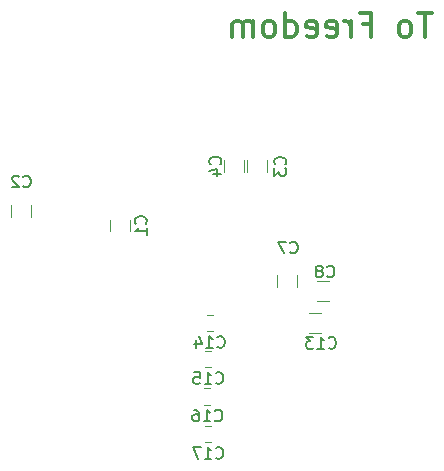
<source format=gbr>
G04 #@! TF.GenerationSoftware,KiCad,Pcbnew,(5.1.2)-1*
G04 #@! TF.CreationDate,2019-08-24T01:42:28-04:00*
G04 #@! TF.ProjectId,AAquad_PCB,41417175-6164-45f5-9043-422e6b696361,rev?*
G04 #@! TF.SameCoordinates,Original*
G04 #@! TF.FileFunction,Legend,Bot*
G04 #@! TF.FilePolarity,Positive*
%FSLAX46Y46*%
G04 Gerber Fmt 4.6, Leading zero omitted, Abs format (unit mm)*
G04 Created by KiCad (PCBNEW (5.1.2)-1) date 2019-08-24 01:42:28*
%MOMM*%
%LPD*%
G04 APERTURE LIST*
%ADD10C,0.300000*%
%ADD11C,0.120000*%
%ADD12C,0.150000*%
G04 APERTURE END LIST*
D10*
X255713428Y-52498761D02*
X254570571Y-52498761D01*
X255142000Y-54498761D02*
X255142000Y-52498761D01*
X253618190Y-54498761D02*
X253808666Y-54403523D01*
X253903904Y-54308285D01*
X253999142Y-54117809D01*
X253999142Y-53546380D01*
X253903904Y-53355904D01*
X253808666Y-53260666D01*
X253618190Y-53165428D01*
X253332476Y-53165428D01*
X253142000Y-53260666D01*
X253046761Y-53355904D01*
X252951523Y-53546380D01*
X252951523Y-54117809D01*
X253046761Y-54308285D01*
X253142000Y-54403523D01*
X253332476Y-54498761D01*
X253618190Y-54498761D01*
X249903904Y-53451142D02*
X250570571Y-53451142D01*
X250570571Y-54498761D02*
X250570571Y-52498761D01*
X249618190Y-52498761D01*
X248856285Y-54498761D02*
X248856285Y-53165428D01*
X248856285Y-53546380D02*
X248761047Y-53355904D01*
X248665809Y-53260666D01*
X248475333Y-53165428D01*
X248284857Y-53165428D01*
X246856285Y-54403523D02*
X247046761Y-54498761D01*
X247427714Y-54498761D01*
X247618190Y-54403523D01*
X247713428Y-54213047D01*
X247713428Y-53451142D01*
X247618190Y-53260666D01*
X247427714Y-53165428D01*
X247046761Y-53165428D01*
X246856285Y-53260666D01*
X246761047Y-53451142D01*
X246761047Y-53641619D01*
X247713428Y-53832095D01*
X245142000Y-54403523D02*
X245332476Y-54498761D01*
X245713428Y-54498761D01*
X245903904Y-54403523D01*
X245999142Y-54213047D01*
X245999142Y-53451142D01*
X245903904Y-53260666D01*
X245713428Y-53165428D01*
X245332476Y-53165428D01*
X245142000Y-53260666D01*
X245046761Y-53451142D01*
X245046761Y-53641619D01*
X245999142Y-53832095D01*
X243332476Y-54498761D02*
X243332476Y-52498761D01*
X243332476Y-54403523D02*
X243522952Y-54498761D01*
X243903904Y-54498761D01*
X244094380Y-54403523D01*
X244189619Y-54308285D01*
X244284857Y-54117809D01*
X244284857Y-53546380D01*
X244189619Y-53355904D01*
X244094380Y-53260666D01*
X243903904Y-53165428D01*
X243522952Y-53165428D01*
X243332476Y-53260666D01*
X242094380Y-54498761D02*
X242284857Y-54403523D01*
X242380095Y-54308285D01*
X242475333Y-54117809D01*
X242475333Y-53546380D01*
X242380095Y-53355904D01*
X242284857Y-53260666D01*
X242094380Y-53165428D01*
X241808666Y-53165428D01*
X241618190Y-53260666D01*
X241522952Y-53355904D01*
X241427714Y-53546380D01*
X241427714Y-54117809D01*
X241522952Y-54308285D01*
X241618190Y-54403523D01*
X241808666Y-54498761D01*
X242094380Y-54498761D01*
X240570571Y-54498761D02*
X240570571Y-53165428D01*
X240570571Y-53355904D02*
X240475333Y-53260666D01*
X240284857Y-53165428D01*
X239999142Y-53165428D01*
X239808666Y-53260666D01*
X239713428Y-53451142D01*
X239713428Y-54498761D01*
X239713428Y-53451142D02*
X239618190Y-53260666D01*
X239427714Y-53165428D01*
X239142000Y-53165428D01*
X238951523Y-53260666D01*
X238856285Y-53451142D01*
X238856285Y-54498761D01*
D11*
X245324500Y-77890000D02*
X246324500Y-77890000D01*
X246324500Y-79590000D02*
X245324500Y-79590000D01*
X228512000Y-70985000D02*
X228512000Y-69985000D01*
X230212000Y-69985000D02*
X230212000Y-70985000D01*
X221830000Y-68762500D02*
X221830000Y-69762500D01*
X220130000Y-69762500D02*
X220130000Y-68762500D01*
X241769000Y-64968500D02*
X241769000Y-65968500D01*
X240069000Y-65968500D02*
X240069000Y-64968500D01*
X239800500Y-64952500D02*
X239800500Y-65952500D01*
X238100500Y-65952500D02*
X238100500Y-64952500D01*
X246991000Y-76859500D02*
X245991000Y-76859500D01*
X245991000Y-75159500D02*
X246991000Y-75159500D01*
X242609000Y-75684000D02*
X242609000Y-74684000D01*
X244309000Y-74684000D02*
X244309000Y-75684000D01*
X236674922Y-78030000D02*
X237192078Y-78030000D01*
X236674922Y-79450000D02*
X237192078Y-79450000D01*
X236547922Y-81078000D02*
X237065078Y-81078000D01*
X236547922Y-82498000D02*
X237065078Y-82498000D01*
X236469422Y-84253000D02*
X236986578Y-84253000D01*
X236469422Y-85673000D02*
X236986578Y-85673000D01*
X236547922Y-87428000D02*
X237065078Y-87428000D01*
X236547922Y-88848000D02*
X237065078Y-88848000D01*
D12*
X246991357Y-80811642D02*
X247038976Y-80859261D01*
X247181833Y-80906880D01*
X247277071Y-80906880D01*
X247419928Y-80859261D01*
X247515166Y-80764023D01*
X247562785Y-80668785D01*
X247610404Y-80478309D01*
X247610404Y-80335452D01*
X247562785Y-80144976D01*
X247515166Y-80049738D01*
X247419928Y-79954500D01*
X247277071Y-79906880D01*
X247181833Y-79906880D01*
X247038976Y-79954500D01*
X246991357Y-80002119D01*
X246038976Y-80906880D02*
X246610404Y-80906880D01*
X246324690Y-80906880D02*
X246324690Y-79906880D01*
X246419928Y-80049738D01*
X246515166Y-80144976D01*
X246610404Y-80192595D01*
X245705642Y-79906880D02*
X245086595Y-79906880D01*
X245419928Y-80287833D01*
X245277071Y-80287833D01*
X245181833Y-80335452D01*
X245134214Y-80383071D01*
X245086595Y-80478309D01*
X245086595Y-80716404D01*
X245134214Y-80811642D01*
X245181833Y-80859261D01*
X245277071Y-80906880D01*
X245562785Y-80906880D01*
X245658023Y-80859261D01*
X245705642Y-80811642D01*
X231497142Y-70318333D02*
X231544761Y-70270714D01*
X231592380Y-70127857D01*
X231592380Y-70032619D01*
X231544761Y-69889761D01*
X231449523Y-69794523D01*
X231354285Y-69746904D01*
X231163809Y-69699285D01*
X231020952Y-69699285D01*
X230830476Y-69746904D01*
X230735238Y-69794523D01*
X230640000Y-69889761D01*
X230592380Y-70032619D01*
X230592380Y-70127857D01*
X230640000Y-70270714D01*
X230687619Y-70318333D01*
X231592380Y-71270714D02*
X231592380Y-70699285D01*
X231592380Y-70985000D02*
X230592380Y-70985000D01*
X230735238Y-70889761D01*
X230830476Y-70794523D01*
X230878095Y-70699285D01*
X221146666Y-67159142D02*
X221194285Y-67206761D01*
X221337142Y-67254380D01*
X221432380Y-67254380D01*
X221575238Y-67206761D01*
X221670476Y-67111523D01*
X221718095Y-67016285D01*
X221765714Y-66825809D01*
X221765714Y-66682952D01*
X221718095Y-66492476D01*
X221670476Y-66397238D01*
X221575238Y-66302000D01*
X221432380Y-66254380D01*
X221337142Y-66254380D01*
X221194285Y-66302000D01*
X221146666Y-66349619D01*
X220765714Y-66349619D02*
X220718095Y-66302000D01*
X220622857Y-66254380D01*
X220384761Y-66254380D01*
X220289523Y-66302000D01*
X220241904Y-66349619D01*
X220194285Y-66444857D01*
X220194285Y-66540095D01*
X220241904Y-66682952D01*
X220813333Y-67254380D01*
X220194285Y-67254380D01*
X243308142Y-65301833D02*
X243355761Y-65254214D01*
X243403380Y-65111357D01*
X243403380Y-65016119D01*
X243355761Y-64873261D01*
X243260523Y-64778023D01*
X243165285Y-64730404D01*
X242974809Y-64682785D01*
X242831952Y-64682785D01*
X242641476Y-64730404D01*
X242546238Y-64778023D01*
X242451000Y-64873261D01*
X242403380Y-65016119D01*
X242403380Y-65111357D01*
X242451000Y-65254214D01*
X242498619Y-65301833D01*
X242403380Y-65635166D02*
X242403380Y-66254214D01*
X242784333Y-65920880D01*
X242784333Y-66063738D01*
X242831952Y-66158976D01*
X242879571Y-66206595D01*
X242974809Y-66254214D01*
X243212904Y-66254214D01*
X243308142Y-66206595D01*
X243355761Y-66158976D01*
X243403380Y-66063738D01*
X243403380Y-65778023D01*
X243355761Y-65682785D01*
X243308142Y-65635166D01*
X237807642Y-65285833D02*
X237855261Y-65238214D01*
X237902880Y-65095357D01*
X237902880Y-65000119D01*
X237855261Y-64857261D01*
X237760023Y-64762023D01*
X237664785Y-64714404D01*
X237474309Y-64666785D01*
X237331452Y-64666785D01*
X237140976Y-64714404D01*
X237045738Y-64762023D01*
X236950500Y-64857261D01*
X236902880Y-65000119D01*
X236902880Y-65095357D01*
X236950500Y-65238214D01*
X236998119Y-65285833D01*
X237236214Y-66142976D02*
X237902880Y-66142976D01*
X236855261Y-65904880D02*
X237569547Y-65666785D01*
X237569547Y-66285833D01*
X243752666Y-72747142D02*
X243800285Y-72794761D01*
X243943142Y-72842380D01*
X244038380Y-72842380D01*
X244181238Y-72794761D01*
X244276476Y-72699523D01*
X244324095Y-72604285D01*
X244371714Y-72413809D01*
X244371714Y-72270952D01*
X244324095Y-72080476D01*
X244276476Y-71985238D01*
X244181238Y-71890000D01*
X244038380Y-71842380D01*
X243943142Y-71842380D01*
X243800285Y-71890000D01*
X243752666Y-71937619D01*
X243419333Y-71842380D02*
X242752666Y-71842380D01*
X243181238Y-72842380D01*
X246864166Y-74779142D02*
X246911785Y-74826761D01*
X247054642Y-74874380D01*
X247149880Y-74874380D01*
X247292738Y-74826761D01*
X247387976Y-74731523D01*
X247435595Y-74636285D01*
X247483214Y-74445809D01*
X247483214Y-74302952D01*
X247435595Y-74112476D01*
X247387976Y-74017238D01*
X247292738Y-73922000D01*
X247149880Y-73874380D01*
X247054642Y-73874380D01*
X246911785Y-73922000D01*
X246864166Y-73969619D01*
X246292738Y-74302952D02*
X246387976Y-74255333D01*
X246435595Y-74207714D01*
X246483214Y-74112476D01*
X246483214Y-74064857D01*
X246435595Y-73969619D01*
X246387976Y-73922000D01*
X246292738Y-73874380D01*
X246102261Y-73874380D01*
X246007023Y-73922000D01*
X245959404Y-73969619D01*
X245911785Y-74064857D01*
X245911785Y-74112476D01*
X245959404Y-74207714D01*
X246007023Y-74255333D01*
X246102261Y-74302952D01*
X246292738Y-74302952D01*
X246387976Y-74350571D01*
X246435595Y-74398190D01*
X246483214Y-74493428D01*
X246483214Y-74683904D01*
X246435595Y-74779142D01*
X246387976Y-74826761D01*
X246292738Y-74874380D01*
X246102261Y-74874380D01*
X246007023Y-74826761D01*
X245959404Y-74779142D01*
X245911785Y-74683904D01*
X245911785Y-74493428D01*
X245959404Y-74398190D01*
X246007023Y-74350571D01*
X246102261Y-74302952D01*
X237576357Y-80747142D02*
X237623976Y-80794761D01*
X237766833Y-80842380D01*
X237862071Y-80842380D01*
X238004928Y-80794761D01*
X238100166Y-80699523D01*
X238147785Y-80604285D01*
X238195404Y-80413809D01*
X238195404Y-80270952D01*
X238147785Y-80080476D01*
X238100166Y-79985238D01*
X238004928Y-79890000D01*
X237862071Y-79842380D01*
X237766833Y-79842380D01*
X237623976Y-79890000D01*
X237576357Y-79937619D01*
X236623976Y-80842380D02*
X237195404Y-80842380D01*
X236909690Y-80842380D02*
X236909690Y-79842380D01*
X237004928Y-79985238D01*
X237100166Y-80080476D01*
X237195404Y-80128095D01*
X235766833Y-80175714D02*
X235766833Y-80842380D01*
X236004928Y-79794761D02*
X236243023Y-80509047D01*
X235623976Y-80509047D01*
X237449357Y-83795142D02*
X237496976Y-83842761D01*
X237639833Y-83890380D01*
X237735071Y-83890380D01*
X237877928Y-83842761D01*
X237973166Y-83747523D01*
X238020785Y-83652285D01*
X238068404Y-83461809D01*
X238068404Y-83318952D01*
X238020785Y-83128476D01*
X237973166Y-83033238D01*
X237877928Y-82938000D01*
X237735071Y-82890380D01*
X237639833Y-82890380D01*
X237496976Y-82938000D01*
X237449357Y-82985619D01*
X236496976Y-83890380D02*
X237068404Y-83890380D01*
X236782690Y-83890380D02*
X236782690Y-82890380D01*
X236877928Y-83033238D01*
X236973166Y-83128476D01*
X237068404Y-83176095D01*
X235592214Y-82890380D02*
X236068404Y-82890380D01*
X236116023Y-83366571D01*
X236068404Y-83318952D01*
X235973166Y-83271333D01*
X235735071Y-83271333D01*
X235639833Y-83318952D01*
X235592214Y-83366571D01*
X235544595Y-83461809D01*
X235544595Y-83699904D01*
X235592214Y-83795142D01*
X235639833Y-83842761D01*
X235735071Y-83890380D01*
X235973166Y-83890380D01*
X236068404Y-83842761D01*
X236116023Y-83795142D01*
X237370857Y-86970142D02*
X237418476Y-87017761D01*
X237561333Y-87065380D01*
X237656571Y-87065380D01*
X237799428Y-87017761D01*
X237894666Y-86922523D01*
X237942285Y-86827285D01*
X237989904Y-86636809D01*
X237989904Y-86493952D01*
X237942285Y-86303476D01*
X237894666Y-86208238D01*
X237799428Y-86113000D01*
X237656571Y-86065380D01*
X237561333Y-86065380D01*
X237418476Y-86113000D01*
X237370857Y-86160619D01*
X236418476Y-87065380D02*
X236989904Y-87065380D01*
X236704190Y-87065380D02*
X236704190Y-86065380D01*
X236799428Y-86208238D01*
X236894666Y-86303476D01*
X236989904Y-86351095D01*
X235561333Y-86065380D02*
X235751809Y-86065380D01*
X235847047Y-86113000D01*
X235894666Y-86160619D01*
X235989904Y-86303476D01*
X236037523Y-86493952D01*
X236037523Y-86874904D01*
X235989904Y-86970142D01*
X235942285Y-87017761D01*
X235847047Y-87065380D01*
X235656571Y-87065380D01*
X235561333Y-87017761D01*
X235513714Y-86970142D01*
X235466095Y-86874904D01*
X235466095Y-86636809D01*
X235513714Y-86541571D01*
X235561333Y-86493952D01*
X235656571Y-86446333D01*
X235847047Y-86446333D01*
X235942285Y-86493952D01*
X235989904Y-86541571D01*
X236037523Y-86636809D01*
X237449357Y-90145142D02*
X237496976Y-90192761D01*
X237639833Y-90240380D01*
X237735071Y-90240380D01*
X237877928Y-90192761D01*
X237973166Y-90097523D01*
X238020785Y-90002285D01*
X238068404Y-89811809D01*
X238068404Y-89668952D01*
X238020785Y-89478476D01*
X237973166Y-89383238D01*
X237877928Y-89288000D01*
X237735071Y-89240380D01*
X237639833Y-89240380D01*
X237496976Y-89288000D01*
X237449357Y-89335619D01*
X236496976Y-90240380D02*
X237068404Y-90240380D01*
X236782690Y-90240380D02*
X236782690Y-89240380D01*
X236877928Y-89383238D01*
X236973166Y-89478476D01*
X237068404Y-89526095D01*
X236163642Y-89240380D02*
X235496976Y-89240380D01*
X235925547Y-90240380D01*
M02*

</source>
